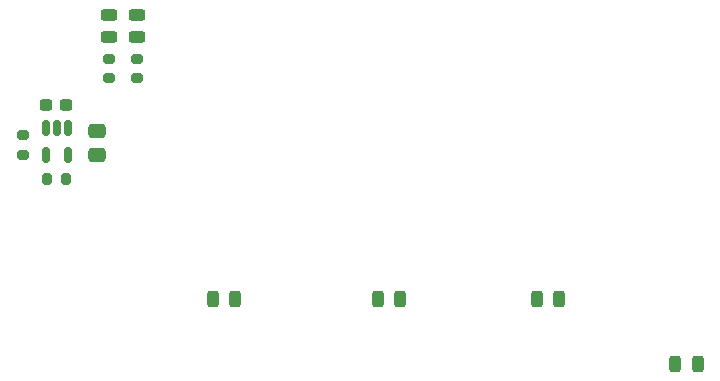
<source format=gbr>
%TF.GenerationSoftware,KiCad,Pcbnew,7.0.11-rc3*%
%TF.CreationDate,2025-03-16T23:30:22+08:00*%
%TF.ProjectId,SDC 2,53444320-322e-46b6-9963-61645f706362,rev?*%
%TF.SameCoordinates,Original*%
%TF.FileFunction,Paste,Top*%
%TF.FilePolarity,Positive*%
%FSLAX46Y46*%
G04 Gerber Fmt 4.6, Leading zero omitted, Abs format (unit mm)*
G04 Created by KiCad (PCBNEW 7.0.11-rc3) date 2025-03-16 23:30:22*
%MOMM*%
%LPD*%
G01*
G04 APERTURE LIST*
G04 Aperture macros list*
%AMRoundRect*
0 Rectangle with rounded corners*
0 $1 Rounding radius*
0 $2 $3 $4 $5 $6 $7 $8 $9 X,Y pos of 4 corners*
0 Add a 4 corners polygon primitive as box body*
4,1,4,$2,$3,$4,$5,$6,$7,$8,$9,$2,$3,0*
0 Add four circle primitives for the rounded corners*
1,1,$1+$1,$2,$3*
1,1,$1+$1,$4,$5*
1,1,$1+$1,$6,$7*
1,1,$1+$1,$8,$9*
0 Add four rect primitives between the rounded corners*
20,1,$1+$1,$2,$3,$4,$5,0*
20,1,$1+$1,$4,$5,$6,$7,0*
20,1,$1+$1,$6,$7,$8,$9,0*
20,1,$1+$1,$8,$9,$2,$3,0*%
G04 Aperture macros list end*
%ADD10RoundRect,0.243750X-0.243750X-0.456250X0.243750X-0.456250X0.243750X0.456250X-0.243750X0.456250X0*%
%ADD11RoundRect,0.150000X-0.150000X0.512500X-0.150000X-0.512500X0.150000X-0.512500X0.150000X0.512500X0*%
%ADD12RoundRect,0.237500X-0.300000X-0.237500X0.300000X-0.237500X0.300000X0.237500X-0.300000X0.237500X0*%
%ADD13RoundRect,0.200000X0.275000X-0.200000X0.275000X0.200000X-0.275000X0.200000X-0.275000X-0.200000X0*%
%ADD14RoundRect,0.200000X0.200000X0.275000X-0.200000X0.275000X-0.200000X-0.275000X0.200000X-0.275000X0*%
%ADD15RoundRect,0.250000X0.475000X-0.337500X0.475000X0.337500X-0.475000X0.337500X-0.475000X-0.337500X0*%
%ADD16RoundRect,0.243750X-0.456250X0.243750X-0.456250X-0.243750X0.456250X-0.243750X0.456250X0.243750X0*%
%ADD17RoundRect,0.200000X-0.275000X0.200000X-0.275000X-0.200000X0.275000X-0.200000X0.275000X0.200000X0*%
G04 APERTURE END LIST*
D10*
%TO.C,D5*%
X111062500Y-86000000D03*
X112937500Y-86000000D03*
%TD*%
D11*
%TO.C,U10*%
X59650000Y-66087500D03*
X58700000Y-66087500D03*
X57750000Y-66087500D03*
X57750000Y-68362500D03*
X59650000Y-68362500D03*
%TD*%
D12*
%TO.C,C16*%
X57775000Y-64112500D03*
X59500000Y-64112500D03*
%TD*%
D13*
%TO.C,R18*%
X63100000Y-61837500D03*
X63100000Y-60187500D03*
%TD*%
D14*
%TO.C,R33*%
X59500000Y-70362500D03*
X57850000Y-70362500D03*
%TD*%
D10*
%TO.C,D10*%
X85875000Y-80500000D03*
X87750000Y-80500000D03*
%TD*%
D13*
%TO.C,R19*%
X65500000Y-61837500D03*
X65500000Y-60187500D03*
%TD*%
D15*
%TO.C,C17*%
X62100000Y-68337500D03*
X62100000Y-66262500D03*
%TD*%
D16*
%TO.C,D9*%
X65500000Y-56475000D03*
X65500000Y-58350000D03*
%TD*%
%TO.C,D8*%
X63100000Y-56475000D03*
X63100000Y-58350000D03*
%TD*%
D10*
%TO.C,D1*%
X71875000Y-80500000D03*
X73750000Y-80500000D03*
%TD*%
D17*
%TO.C,R34*%
X55800000Y-66675000D03*
X55800000Y-68325000D03*
%TD*%
D10*
%TO.C,D2*%
X99312500Y-80500000D03*
X101187500Y-80500000D03*
%TD*%
M02*

</source>
